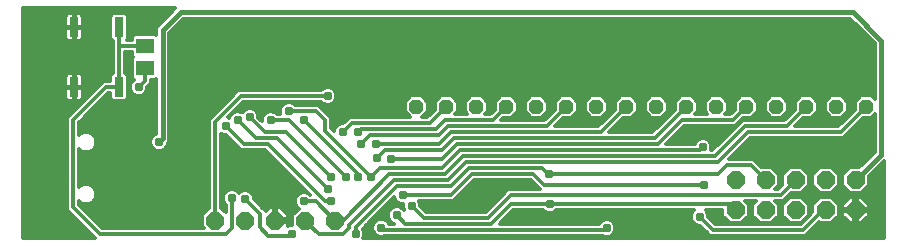
<source format=gbl>
G75*
G70*
%OFA0B0*%
%FSLAX24Y24*%
%IPPOS*%
%LPD*%
%AMOC8*
5,1,8,0,0,1.08239X$1,22.5*
%
%ADD10OC8,0.0480*%
%ADD11OC8,0.0600*%
%ADD12R,0.0300X0.0650*%
%ADD13R,0.0591X0.0512*%
%ADD14C,0.0120*%
%ADD15C,0.0310*%
%ADD16C,0.0160*%
D10*
X013482Y008793D03*
X014482Y008793D03*
X015482Y008793D03*
X016482Y008793D03*
X017482Y008793D03*
X018482Y008793D03*
X019482Y008793D03*
X020482Y008793D03*
X021482Y008793D03*
X022482Y008793D03*
X023482Y008793D03*
X024482Y008793D03*
X025482Y008793D03*
X026482Y008793D03*
X027482Y008793D03*
X028482Y008793D03*
D11*
X028132Y006343D03*
X027132Y006343D03*
X026132Y006343D03*
X025132Y006343D03*
X024132Y006343D03*
X024132Y005343D03*
X025132Y005343D03*
X026132Y005343D03*
X027132Y005343D03*
X028132Y005343D03*
X010782Y004993D03*
X009782Y004993D03*
X008782Y004993D03*
X007782Y004993D03*
X006782Y004993D03*
D12*
X003582Y009443D03*
X002082Y009443D03*
X002082Y011443D03*
X003582Y011443D03*
D13*
X004432Y010817D03*
X004432Y010069D03*
D14*
X002789Y004403D02*
X000392Y004403D01*
X000392Y012083D01*
X005461Y012083D01*
X004941Y011563D01*
X004812Y011434D01*
X004812Y011186D01*
X004785Y011213D01*
X004079Y011213D01*
X003997Y011131D01*
X003997Y011017D01*
X003829Y011017D01*
X003872Y011060D01*
X003872Y011826D01*
X003790Y011908D01*
X003374Y011908D01*
X003292Y011826D01*
X003292Y011060D01*
X003374Y010978D01*
X003382Y010978D01*
X003382Y010926D01*
X003382Y010760D01*
X003382Y009908D01*
X003374Y009908D01*
X003292Y009826D01*
X003292Y009643D01*
X003049Y009643D01*
X002932Y009526D01*
X001832Y008426D01*
X001832Y008260D01*
X001832Y005360D01*
X001949Y005243D01*
X002789Y004403D01*
X002712Y004480D02*
X000392Y004480D01*
X000392Y004599D02*
X002593Y004599D01*
X002475Y004717D02*
X000392Y004717D01*
X000392Y004836D02*
X002356Y004836D01*
X002238Y004954D02*
X000392Y004954D01*
X000392Y005073D02*
X002119Y005073D01*
X002001Y005191D02*
X000392Y005191D01*
X000392Y005310D02*
X001882Y005310D01*
X001832Y005429D02*
X000392Y005429D01*
X000392Y005547D02*
X001832Y005547D01*
X001832Y005666D02*
X000392Y005666D01*
X000392Y005784D02*
X001832Y005784D01*
X001832Y005903D02*
X000392Y005903D01*
X000392Y006021D02*
X001832Y006021D01*
X001832Y006140D02*
X000392Y006140D01*
X000392Y006258D02*
X001832Y006258D01*
X001832Y006377D02*
X000392Y006377D01*
X000392Y006495D02*
X001832Y006495D01*
X001832Y006614D02*
X000392Y006614D01*
X000392Y006733D02*
X001832Y006733D01*
X001832Y006851D02*
X000392Y006851D01*
X000392Y006970D02*
X001832Y006970D01*
X001832Y007088D02*
X000392Y007088D01*
X000392Y007207D02*
X001832Y007207D01*
X001832Y007325D02*
X000392Y007325D01*
X000392Y007444D02*
X001832Y007444D01*
X001832Y007562D02*
X000392Y007562D01*
X000392Y007681D02*
X001832Y007681D01*
X001832Y007799D02*
X000392Y007799D01*
X000392Y007918D02*
X001832Y007918D01*
X001832Y008037D02*
X000392Y008037D01*
X000392Y008155D02*
X001832Y008155D01*
X001832Y008274D02*
X000392Y008274D01*
X000392Y008392D02*
X001832Y008392D01*
X001917Y008511D02*
X000392Y008511D01*
X000392Y008629D02*
X002035Y008629D01*
X002154Y008748D02*
X000392Y008748D01*
X000392Y008866D02*
X002272Y008866D01*
X002250Y008978D02*
X002286Y008988D01*
X002318Y009006D01*
X002344Y009032D01*
X002362Y009064D01*
X002372Y009100D01*
X002372Y009428D01*
X002097Y009428D01*
X002097Y009458D01*
X002372Y009458D01*
X002372Y009787D01*
X002362Y009822D01*
X002344Y009854D01*
X002318Y009880D01*
X002286Y009899D01*
X002250Y009908D01*
X002097Y009908D01*
X002097Y009458D01*
X002067Y009458D01*
X002067Y009428D01*
X002097Y009428D01*
X002097Y008978D01*
X002250Y008978D01*
X002275Y008985D02*
X002391Y008985D01*
X002372Y009103D02*
X002509Y009103D01*
X002628Y009222D02*
X002372Y009222D01*
X002372Y009341D02*
X002746Y009341D01*
X002865Y009459D02*
X002372Y009459D01*
X002372Y009578D02*
X002983Y009578D01*
X003132Y009443D02*
X003582Y009443D01*
X003582Y010843D01*
X003608Y010817D01*
X004432Y010817D01*
X003997Y010617D02*
X003997Y010503D01*
X004057Y010443D01*
X003997Y010383D01*
X003997Y009755D01*
X004062Y009690D01*
X003982Y009610D01*
X003937Y009502D01*
X003937Y009384D01*
X003982Y009276D01*
X004065Y009193D01*
X004173Y009148D01*
X004290Y009148D01*
X004399Y009193D01*
X004482Y009276D01*
X004527Y009384D01*
X004527Y009455D01*
X004632Y009560D01*
X004632Y009673D01*
X004785Y009673D01*
X004812Y009700D01*
X004812Y007891D01*
X004745Y007863D01*
X004662Y007780D01*
X004617Y007672D01*
X004617Y007554D01*
X004662Y007446D01*
X004745Y007363D01*
X004853Y007318D01*
X004970Y007318D01*
X005079Y007363D01*
X005162Y007446D01*
X005207Y007554D01*
X005207Y007597D01*
X005252Y007642D01*
X005252Y007824D01*
X005252Y011252D01*
X005723Y011723D01*
X027941Y011723D01*
X028762Y010902D01*
X028762Y009050D01*
X028639Y009173D01*
X028324Y009173D01*
X028102Y008951D01*
X028102Y008696D01*
X027549Y008143D01*
X026115Y008143D01*
X026385Y008413D01*
X026639Y008413D01*
X026862Y008636D01*
X026862Y008951D01*
X026639Y009173D01*
X026324Y009173D01*
X026102Y008951D01*
X026102Y008696D01*
X025749Y008343D01*
X024349Y008343D01*
X024232Y008226D01*
X023349Y007343D01*
X023310Y007343D01*
X023327Y007384D01*
X023327Y007502D01*
X023282Y007610D01*
X023199Y007693D01*
X023090Y007738D01*
X022973Y007738D01*
X022865Y007693D01*
X022782Y007610D01*
X022754Y007543D01*
X021815Y007543D01*
X022415Y008143D01*
X024115Y008143D01*
X024232Y008260D01*
X024232Y008260D01*
X024385Y008413D01*
X024639Y008413D01*
X024862Y008636D01*
X024862Y008951D01*
X024639Y009173D01*
X024324Y009173D01*
X024102Y008951D01*
X024102Y008696D01*
X023949Y008543D01*
X023769Y008543D01*
X023862Y008636D01*
X023862Y008951D01*
X023639Y009173D01*
X023324Y009173D01*
X023102Y008951D01*
X023102Y008636D01*
X023194Y008543D01*
X022769Y008543D01*
X022862Y008636D01*
X022862Y008951D01*
X022639Y009173D01*
X022324Y009173D01*
X022102Y008951D01*
X022102Y008696D01*
X021349Y007943D01*
X019915Y007943D01*
X020385Y008413D01*
X020639Y008413D01*
X020862Y008636D01*
X020862Y008951D01*
X020639Y009173D01*
X020324Y009173D01*
X020102Y008951D01*
X020102Y008696D01*
X019549Y008143D01*
X018115Y008143D01*
X018385Y008413D01*
X018639Y008413D01*
X018862Y008636D01*
X018862Y008951D01*
X018639Y009173D01*
X018324Y009173D01*
X018102Y008951D01*
X018102Y008696D01*
X017749Y008343D01*
X016315Y008343D01*
X016385Y008413D01*
X016639Y008413D01*
X016862Y008636D01*
X016862Y008951D01*
X016639Y009173D01*
X016324Y009173D01*
X016102Y008951D01*
X016102Y008696D01*
X015949Y008543D01*
X015769Y008543D01*
X015862Y008636D01*
X015862Y008951D01*
X015639Y009173D01*
X015324Y009173D01*
X015102Y008951D01*
X015102Y008636D01*
X015194Y008543D01*
X014769Y008543D01*
X014862Y008636D01*
X014862Y008951D01*
X014639Y009173D01*
X014324Y009173D01*
X014102Y008951D01*
X014102Y008696D01*
X013849Y008443D01*
X013669Y008443D01*
X013862Y008636D01*
X013862Y008951D01*
X013639Y009173D01*
X013324Y009173D01*
X013102Y008951D01*
X013102Y008636D01*
X013294Y008443D01*
X011249Y008443D01*
X011132Y008326D01*
X011044Y008238D01*
X010973Y008238D01*
X010865Y008193D01*
X010782Y008110D01*
X010737Y008002D01*
X010737Y007971D01*
X010632Y008076D01*
X010632Y008426D01*
X010515Y008543D01*
X010215Y008843D01*
X010049Y008843D01*
X009449Y008843D01*
X009399Y008893D01*
X009290Y008938D01*
X009173Y008938D01*
X009065Y008893D01*
X008982Y008810D01*
X008937Y008702D01*
X008937Y008584D01*
X008954Y008543D01*
X008849Y008543D01*
X008799Y008593D01*
X008690Y008638D01*
X008573Y008638D01*
X008465Y008593D01*
X008382Y008510D01*
X008337Y008402D01*
X008337Y008321D01*
X008227Y008431D01*
X008227Y008502D01*
X008182Y008610D01*
X008099Y008693D01*
X007990Y008738D01*
X007873Y008738D01*
X007765Y008693D01*
X007682Y008610D01*
X007678Y008602D01*
X007590Y008638D01*
X007473Y008638D01*
X007365Y008593D01*
X007282Y008510D01*
X007243Y008416D01*
X007204Y008432D01*
X007715Y008943D01*
X010315Y008943D01*
X010365Y008893D01*
X010473Y008848D01*
X010590Y008848D01*
X010699Y008893D01*
X010782Y008976D01*
X010827Y009084D01*
X010827Y009202D01*
X010782Y009310D01*
X010699Y009393D01*
X010590Y009438D01*
X010473Y009438D01*
X010365Y009393D01*
X010315Y009343D01*
X007715Y009343D01*
X007549Y009343D01*
X006699Y008493D01*
X006582Y008376D01*
X006582Y005415D01*
X006342Y005175D01*
X006342Y004811D01*
X006410Y004743D01*
X003015Y004743D01*
X002232Y005526D01*
X002232Y005650D01*
X002291Y005591D01*
X002415Y005540D01*
X002549Y005540D01*
X002673Y005591D01*
X002768Y005686D01*
X002819Y005810D01*
X002819Y005944D01*
X002768Y006068D01*
X002673Y006163D01*
X002549Y006214D01*
X002415Y006214D01*
X002291Y006163D01*
X002232Y006104D01*
X002232Y007383D01*
X002291Y007323D01*
X002415Y007272D01*
X002549Y007272D01*
X002673Y007323D01*
X002768Y007418D01*
X002819Y007542D01*
X002819Y007676D01*
X002768Y007800D01*
X002673Y007895D01*
X002549Y007946D01*
X002415Y007946D01*
X002291Y007895D01*
X002232Y007836D01*
X002232Y008260D01*
X003215Y009243D01*
X003292Y009243D01*
X003292Y009060D01*
X003374Y008978D01*
X003790Y008978D01*
X003872Y009060D01*
X003872Y009826D01*
X003790Y009908D01*
X003782Y009908D01*
X003782Y010617D01*
X003997Y010617D01*
X003997Y010526D02*
X003782Y010526D01*
X003782Y010407D02*
X004021Y010407D01*
X003997Y010289D02*
X003782Y010289D01*
X003782Y010170D02*
X003997Y010170D01*
X003997Y010052D02*
X003782Y010052D01*
X003782Y009933D02*
X003997Y009933D01*
X003997Y009815D02*
X003872Y009815D01*
X003872Y009696D02*
X004056Y009696D01*
X003968Y009578D02*
X003872Y009578D01*
X003872Y009459D02*
X003937Y009459D01*
X003955Y009341D02*
X003872Y009341D01*
X003872Y009222D02*
X004036Y009222D01*
X003872Y009103D02*
X004812Y009103D01*
X004812Y008985D02*
X003797Y008985D01*
X003367Y008985D02*
X002956Y008985D01*
X002838Y008866D02*
X004812Y008866D01*
X004812Y008748D02*
X002719Y008748D01*
X002601Y008629D02*
X004812Y008629D01*
X004812Y008511D02*
X002482Y008511D01*
X002364Y008392D02*
X004812Y008392D01*
X004812Y008274D02*
X002245Y008274D01*
X002232Y008155D02*
X004812Y008155D01*
X004812Y008037D02*
X002232Y008037D01*
X002232Y007918D02*
X002346Y007918D01*
X002617Y007918D02*
X004812Y007918D01*
X004681Y007799D02*
X002768Y007799D01*
X002817Y007681D02*
X004621Y007681D01*
X004617Y007562D02*
X002819Y007562D01*
X002778Y007444D02*
X004664Y007444D01*
X004836Y007325D02*
X002675Y007325D01*
X002289Y007325D02*
X002232Y007325D01*
X002232Y007207D02*
X006582Y007207D01*
X006582Y007325D02*
X004988Y007325D01*
X005160Y007444D02*
X006582Y007444D01*
X006582Y007562D02*
X005207Y007562D01*
X005252Y007681D02*
X006582Y007681D01*
X006582Y007799D02*
X005252Y007799D01*
X005252Y007918D02*
X006582Y007918D01*
X006582Y008037D02*
X005252Y008037D01*
X005252Y008155D02*
X006582Y008155D01*
X006582Y008274D02*
X005252Y008274D01*
X005252Y008392D02*
X006598Y008392D01*
X006717Y008511D02*
X005252Y008511D01*
X005252Y008629D02*
X006835Y008629D01*
X006954Y008748D02*
X005252Y008748D01*
X005252Y008866D02*
X007072Y008866D01*
X007191Y008985D02*
X005252Y008985D01*
X005252Y009103D02*
X007309Y009103D01*
X007428Y009222D02*
X005252Y009222D01*
X005252Y009341D02*
X007546Y009341D01*
X007632Y009143D02*
X006782Y008293D01*
X006782Y004993D01*
X007087Y005310D02*
X007132Y005310D01*
X007132Y005265D02*
X006982Y005415D01*
X006982Y007886D01*
X007073Y007848D01*
X007144Y007848D01*
X007532Y007460D01*
X007649Y007343D01*
X008449Y007343D01*
X009949Y005843D01*
X009899Y005893D01*
X009790Y005938D01*
X009673Y005938D01*
X009565Y005893D01*
X009482Y005810D01*
X009437Y005702D01*
X009437Y005584D01*
X009482Y005476D01*
X009562Y005396D01*
X009342Y005175D01*
X009342Y004848D01*
X009283Y004848D01*
X009222Y004823D01*
X009222Y004953D01*
X008822Y004953D01*
X008822Y005033D01*
X009222Y005033D01*
X009222Y005175D01*
X008964Y005433D01*
X008822Y005433D01*
X008822Y005033D01*
X008742Y005033D01*
X008742Y005433D01*
X008600Y005433D01*
X008472Y005306D01*
X008077Y005701D01*
X008077Y005772D01*
X008032Y005880D01*
X007949Y005963D01*
X007840Y006008D01*
X007723Y006008D01*
X007615Y005963D01*
X007572Y005920D01*
X007499Y005993D01*
X007390Y006038D01*
X007273Y006038D01*
X007165Y005993D01*
X007082Y005910D01*
X007037Y005802D01*
X007037Y005684D01*
X007082Y005576D01*
X007132Y005526D01*
X007132Y005265D01*
X007132Y005429D02*
X006982Y005429D01*
X006982Y005547D02*
X007111Y005547D01*
X007045Y005666D02*
X006982Y005666D01*
X006982Y005784D02*
X007037Y005784D01*
X007079Y005903D02*
X006982Y005903D01*
X006982Y006021D02*
X007233Y006021D01*
X007431Y006021D02*
X009771Y006021D01*
X009876Y005903D02*
X009889Y005903D01*
X009949Y005843D02*
X009949Y005843D01*
X010132Y005643D02*
X009732Y005643D01*
X009452Y005547D02*
X008231Y005547D01*
X008349Y005429D02*
X008595Y005429D01*
X008742Y005429D02*
X008822Y005429D01*
X008822Y005310D02*
X008742Y005310D01*
X008742Y005191D02*
X008822Y005191D01*
X008822Y005073D02*
X008742Y005073D01*
X008822Y004954D02*
X009342Y004954D01*
X009342Y005073D02*
X009222Y005073D01*
X009206Y005191D02*
X009358Y005191D01*
X009477Y005310D02*
X009087Y005310D01*
X008969Y005429D02*
X009529Y005429D01*
X009437Y005666D02*
X008112Y005666D01*
X008072Y005784D02*
X009471Y005784D01*
X009588Y005903D02*
X008009Y005903D01*
X007782Y005713D02*
X008282Y005213D01*
X008282Y004793D01*
X008532Y004493D01*
X009282Y004493D01*
X009342Y004553D01*
X009254Y004836D02*
X009222Y004836D01*
X009782Y004993D02*
X010232Y004543D01*
X011032Y004543D01*
X011232Y004743D01*
X011232Y004843D01*
X012732Y006343D01*
X014532Y006343D01*
X015132Y006943D01*
X023532Y006943D01*
X024532Y007943D01*
X027632Y007943D01*
X028482Y008793D01*
X028102Y008748D02*
X027862Y008748D01*
X027862Y008636D02*
X027639Y008413D01*
X027324Y008413D01*
X027102Y008636D01*
X027102Y008951D01*
X027324Y009173D01*
X027639Y009173D01*
X027862Y008951D01*
X027862Y008636D01*
X027855Y008629D02*
X028035Y008629D01*
X027917Y008511D02*
X027737Y008511D01*
X027798Y008392D02*
X026364Y008392D01*
X026245Y008274D02*
X027679Y008274D01*
X027561Y008155D02*
X026127Y008155D01*
X025832Y008143D02*
X026482Y008793D01*
X026862Y008748D02*
X027102Y008748D01*
X027102Y008866D02*
X026862Y008866D01*
X026827Y008985D02*
X027136Y008985D01*
X027255Y009103D02*
X026709Y009103D01*
X026255Y009103D02*
X025709Y009103D01*
X025639Y009173D02*
X025324Y009173D01*
X025102Y008951D01*
X025102Y008636D01*
X025324Y008413D01*
X025639Y008413D01*
X025862Y008636D01*
X025862Y008951D01*
X025639Y009173D01*
X025827Y008985D02*
X026136Y008985D01*
X026102Y008866D02*
X025862Y008866D01*
X025862Y008748D02*
X026102Y008748D01*
X026035Y008629D02*
X025855Y008629D01*
X025917Y008511D02*
X025737Y008511D01*
X025798Y008392D02*
X024364Y008392D01*
X024279Y008274D02*
X024245Y008274D01*
X024232Y008226D02*
X024232Y008226D01*
X024161Y008155D02*
X024127Y008155D01*
X024042Y008037D02*
X022308Y008037D01*
X022189Y007918D02*
X023924Y007918D01*
X023805Y007799D02*
X022071Y007799D01*
X021952Y007681D02*
X022852Y007681D01*
X022762Y007562D02*
X021834Y007562D01*
X021532Y007543D02*
X022332Y008343D01*
X024032Y008343D01*
X024482Y008793D01*
X024862Y008748D02*
X025102Y008748D01*
X025102Y008866D02*
X024862Y008866D01*
X024827Y008985D02*
X025136Y008985D01*
X025255Y009103D02*
X024709Y009103D01*
X024255Y009103D02*
X023709Y009103D01*
X023827Y008985D02*
X024136Y008985D01*
X024102Y008866D02*
X023862Y008866D01*
X023862Y008748D02*
X024102Y008748D01*
X024035Y008629D02*
X023855Y008629D01*
X023108Y008629D02*
X022855Y008629D01*
X022862Y008748D02*
X023102Y008748D01*
X023102Y008866D02*
X022862Y008866D01*
X022827Y008985D02*
X023136Y008985D01*
X023255Y009103D02*
X022709Y009103D01*
X022255Y009103D02*
X021709Y009103D01*
X021639Y009173D02*
X021324Y009173D01*
X021102Y008951D01*
X021102Y008636D01*
X021324Y008413D01*
X021639Y008413D01*
X021862Y008636D01*
X021862Y008951D01*
X021639Y009173D01*
X021827Y008985D02*
X022136Y008985D01*
X022102Y008866D02*
X021862Y008866D01*
X021862Y008748D02*
X022102Y008748D01*
X022035Y008629D02*
X021855Y008629D01*
X021917Y008511D02*
X021737Y008511D01*
X021798Y008392D02*
X020364Y008392D01*
X020245Y008274D02*
X021679Y008274D01*
X021561Y008155D02*
X020127Y008155D01*
X020008Y008037D02*
X021442Y008037D01*
X021432Y007743D02*
X022482Y008793D01*
X021255Y009103D02*
X020709Y009103D01*
X020827Y008985D02*
X021136Y008985D01*
X021102Y008866D02*
X020862Y008866D01*
X020862Y008748D02*
X021102Y008748D01*
X021108Y008629D02*
X020855Y008629D01*
X020737Y008511D02*
X021227Y008511D01*
X020482Y008793D02*
X019632Y007943D01*
X014632Y007943D01*
X014232Y007543D01*
X012132Y007543D01*
X012432Y007343D02*
X014332Y007343D01*
X014732Y007743D01*
X021432Y007743D01*
X021532Y007543D02*
X014832Y007543D01*
X014332Y007043D01*
X012632Y007043D01*
X012432Y007343D02*
X012182Y007093D01*
X012282Y006743D02*
X011982Y006443D01*
X010432Y007993D01*
X010432Y008343D01*
X010132Y008643D01*
X009232Y008643D01*
X008956Y008748D02*
X007519Y008748D01*
X007452Y008629D02*
X007401Y008629D01*
X007612Y008629D02*
X007701Y008629D01*
X008163Y008629D02*
X008552Y008629D01*
X008712Y008629D02*
X008937Y008629D01*
X009038Y008866D02*
X007638Y008866D01*
X007632Y009143D02*
X010532Y009143D01*
X010752Y009341D02*
X028762Y009341D01*
X028762Y009459D02*
X005252Y009459D01*
X005252Y009578D02*
X028762Y009578D01*
X028762Y009696D02*
X005252Y009696D01*
X005252Y009815D02*
X028762Y009815D01*
X028762Y009933D02*
X005252Y009933D01*
X005252Y010052D02*
X028762Y010052D01*
X028762Y010170D02*
X005252Y010170D01*
X005252Y010289D02*
X028762Y010289D01*
X028762Y010407D02*
X005252Y010407D01*
X005252Y010526D02*
X028762Y010526D01*
X028762Y010644D02*
X005252Y010644D01*
X005252Y010763D02*
X028762Y010763D01*
X028762Y010882D02*
X005252Y010882D01*
X005252Y011000D02*
X028664Y011000D01*
X028545Y011119D02*
X005252Y011119D01*
X005252Y011237D02*
X028427Y011237D01*
X028308Y011356D02*
X005356Y011356D01*
X005474Y011474D02*
X028190Y011474D01*
X028071Y011593D02*
X005593Y011593D01*
X005711Y011711D02*
X027952Y011711D01*
X028762Y009222D02*
X010818Y009222D01*
X010827Y009103D02*
X013255Y009103D01*
X013136Y008985D02*
X010786Y008985D01*
X010634Y008866D02*
X013102Y008866D01*
X013102Y008748D02*
X010310Y008748D01*
X010429Y008629D02*
X013108Y008629D01*
X013227Y008511D02*
X010547Y008511D01*
X010632Y008392D02*
X011198Y008392D01*
X011079Y008274D02*
X010632Y008274D01*
X010632Y008155D02*
X010827Y008155D01*
X010751Y008037D02*
X010671Y008037D01*
X011032Y007943D02*
X011332Y008243D01*
X013932Y008243D01*
X014482Y008793D01*
X014862Y008748D02*
X015102Y008748D01*
X015102Y008866D02*
X014862Y008866D01*
X014827Y008985D02*
X015136Y008985D01*
X015255Y009103D02*
X014709Y009103D01*
X014255Y009103D02*
X013709Y009103D01*
X013827Y008985D02*
X014136Y008985D01*
X014102Y008866D02*
X013862Y008866D01*
X013862Y008748D02*
X014102Y008748D01*
X014035Y008629D02*
X013855Y008629D01*
X013917Y008511D02*
X013737Y008511D01*
X014132Y008043D02*
X014432Y008343D01*
X016032Y008343D01*
X016482Y008793D01*
X016862Y008748D02*
X017102Y008748D01*
X017102Y008636D02*
X017324Y008413D01*
X017639Y008413D01*
X017862Y008636D01*
X017862Y008951D01*
X017639Y009173D01*
X017324Y009173D01*
X017102Y008951D01*
X017102Y008636D01*
X017108Y008629D02*
X016855Y008629D01*
X016737Y008511D02*
X017227Y008511D01*
X017737Y008511D02*
X017917Y008511D01*
X017855Y008629D02*
X018035Y008629D01*
X018102Y008748D02*
X017862Y008748D01*
X017862Y008866D02*
X018102Y008866D01*
X018136Y008985D02*
X017827Y008985D01*
X017709Y009103D02*
X018255Y009103D01*
X018709Y009103D02*
X019255Y009103D01*
X019324Y009173D02*
X019102Y008951D01*
X019102Y008636D01*
X019324Y008413D01*
X019639Y008413D01*
X019862Y008636D01*
X019862Y008951D01*
X019639Y009173D01*
X019324Y009173D01*
X019136Y008985D02*
X018827Y008985D01*
X018862Y008866D02*
X019102Y008866D01*
X019102Y008748D02*
X018862Y008748D01*
X018855Y008629D02*
X019108Y008629D01*
X019227Y008511D02*
X018737Y008511D01*
X018364Y008392D02*
X019798Y008392D01*
X019737Y008511D02*
X019917Y008511D01*
X019855Y008629D02*
X020035Y008629D01*
X020102Y008748D02*
X019862Y008748D01*
X019862Y008866D02*
X020102Y008866D01*
X020136Y008985D02*
X019827Y008985D01*
X019709Y009103D02*
X020255Y009103D01*
X018482Y008793D02*
X017832Y008143D01*
X014532Y008143D01*
X014232Y007843D01*
X011932Y007843D01*
X011632Y007543D01*
X011532Y007943D02*
X011632Y008043D01*
X014132Y008043D01*
X014855Y008629D02*
X015108Y008629D01*
X015855Y008629D02*
X016035Y008629D01*
X016102Y008748D02*
X015862Y008748D01*
X015862Y008866D02*
X016102Y008866D01*
X016136Y008985D02*
X015827Y008985D01*
X015709Y009103D02*
X016255Y009103D01*
X016709Y009103D02*
X017255Y009103D01*
X017136Y008985D02*
X016827Y008985D01*
X016862Y008866D02*
X017102Y008866D01*
X017798Y008392D02*
X016364Y008392D01*
X018127Y008155D02*
X019561Y008155D01*
X019679Y008274D02*
X018245Y008274D01*
X015032Y007143D02*
X023432Y007143D01*
X024432Y008143D01*
X025832Y008143D01*
X025227Y008511D02*
X024737Y008511D01*
X024855Y008629D02*
X025108Y008629D01*
X026737Y008511D02*
X027227Y008511D01*
X027108Y008629D02*
X026855Y008629D01*
X027862Y008866D02*
X028102Y008866D01*
X028136Y008985D02*
X027827Y008985D01*
X027709Y009103D02*
X028255Y009103D01*
X028709Y009103D02*
X028762Y009103D01*
X028762Y008536D02*
X028762Y007284D01*
X028261Y006783D01*
X027950Y006783D01*
X027692Y006525D01*
X027692Y006161D01*
X027950Y005903D01*
X028314Y005903D01*
X028572Y006161D01*
X028572Y006472D01*
X029072Y006972D01*
X029072Y004403D01*
X011719Y004403D01*
X011757Y004494D01*
X011757Y004612D01*
X011712Y004720D01*
X011702Y004730D01*
X012742Y005771D01*
X012782Y005676D01*
X012865Y005593D01*
X012973Y005548D01*
X013037Y005548D01*
X013037Y005434D01*
X013073Y005346D01*
X012999Y005421D01*
X012890Y005466D01*
X012773Y005466D01*
X012665Y005421D01*
X012582Y005338D01*
X012537Y005229D01*
X012537Y005112D01*
X012582Y005004D01*
X012665Y004921D01*
X012731Y004893D01*
X012582Y004893D01*
X012569Y004923D01*
X012486Y005006D01*
X012378Y005051D01*
X012261Y005051D01*
X012152Y005006D01*
X012069Y004923D01*
X012024Y004814D01*
X012024Y004697D01*
X012069Y004589D01*
X012152Y004506D01*
X012261Y004461D01*
X012378Y004461D01*
X012456Y004493D01*
X019665Y004493D01*
X019773Y004448D01*
X019890Y004448D01*
X019999Y004493D01*
X020082Y004576D01*
X020127Y004684D01*
X020127Y004802D01*
X020082Y004910D01*
X019999Y004993D01*
X019890Y005038D01*
X019773Y005038D01*
X019665Y004993D01*
X019582Y004910D01*
X019575Y004893D01*
X016265Y004893D01*
X016715Y005343D01*
X017715Y005343D01*
X017765Y005293D01*
X017873Y005248D01*
X017990Y005248D01*
X018099Y005293D01*
X018149Y005343D01*
X022735Y005343D01*
X022682Y005290D01*
X022637Y005182D01*
X022637Y005064D01*
X022682Y004956D01*
X022765Y004873D01*
X022873Y004828D01*
X022944Y004828D01*
X023279Y004493D01*
X023445Y004493D01*
X026475Y004493D01*
X026592Y004610D01*
X026917Y004936D01*
X026950Y004903D01*
X027314Y004903D01*
X027572Y005161D01*
X027572Y005525D01*
X027314Y005783D01*
X026950Y005783D01*
X026692Y005525D01*
X026692Y005276D01*
X026309Y004893D01*
X023445Y004893D01*
X023227Y005111D01*
X023227Y005182D01*
X023182Y005290D01*
X023129Y005343D01*
X023692Y005343D01*
X023692Y005161D01*
X023950Y004903D01*
X024314Y004903D01*
X024572Y005161D01*
X024572Y005525D01*
X024454Y005643D01*
X024810Y005643D01*
X024692Y005525D01*
X024692Y005161D01*
X024950Y004903D01*
X025314Y004903D01*
X025572Y005161D01*
X025572Y005525D01*
X025454Y005643D01*
X025715Y005643D01*
X025832Y005760D01*
X025975Y005903D01*
X026314Y005903D01*
X026572Y006161D01*
X026572Y006525D01*
X026314Y006783D01*
X025950Y006783D01*
X025692Y006525D01*
X025692Y006186D01*
X025549Y006043D01*
X025454Y006043D01*
X025572Y006161D01*
X025572Y006525D01*
X025314Y006783D01*
X024975Y006783D01*
X024715Y007043D01*
X024549Y007043D01*
X023915Y007043D01*
X024615Y007743D01*
X027549Y007743D01*
X027715Y007743D01*
X028385Y008413D01*
X028639Y008413D01*
X028762Y008536D01*
X028762Y008511D02*
X028737Y008511D01*
X028762Y008392D02*
X028364Y008392D01*
X028245Y008274D02*
X028762Y008274D01*
X028762Y008155D02*
X028127Y008155D01*
X028008Y008037D02*
X028762Y008037D01*
X028762Y007918D02*
X027889Y007918D01*
X027771Y007799D02*
X028762Y007799D01*
X028762Y007681D02*
X024552Y007681D01*
X024434Y007562D02*
X028762Y007562D01*
X028762Y007444D02*
X024315Y007444D01*
X024197Y007325D02*
X028762Y007325D01*
X028684Y007207D02*
X024078Y007207D01*
X023960Y007088D02*
X028566Y007088D01*
X028447Y006970D02*
X024788Y006970D01*
X024907Y006851D02*
X028329Y006851D01*
X027899Y006733D02*
X027365Y006733D01*
X027314Y006783D02*
X026950Y006783D01*
X026692Y006525D01*
X026692Y006161D01*
X026950Y005903D01*
X027314Y005903D01*
X027572Y006161D01*
X027572Y006525D01*
X027314Y006783D01*
X027483Y006614D02*
X027780Y006614D01*
X027692Y006495D02*
X027572Y006495D01*
X027572Y006377D02*
X027692Y006377D01*
X027692Y006258D02*
X027572Y006258D01*
X027551Y006140D02*
X027713Y006140D01*
X027831Y006021D02*
X027432Y006021D01*
X027692Y005525D02*
X027950Y005783D01*
X028092Y005783D01*
X028092Y005383D01*
X028092Y005303D01*
X028172Y005303D01*
X028172Y005383D01*
X028572Y005383D01*
X028572Y005525D01*
X028314Y005783D01*
X028172Y005783D01*
X028172Y005383D01*
X028092Y005383D01*
X027692Y005383D01*
X027692Y005525D01*
X027714Y005547D02*
X027550Y005547D01*
X027572Y005429D02*
X027692Y005429D01*
X027692Y005303D02*
X027692Y005161D01*
X027950Y004903D01*
X028092Y004903D01*
X028092Y005303D01*
X027692Y005303D01*
X027692Y005191D02*
X027572Y005191D01*
X027572Y005310D02*
X028092Y005310D01*
X028172Y005310D02*
X029072Y005310D01*
X029072Y005191D02*
X028572Y005191D01*
X028572Y005161D02*
X028572Y005303D01*
X028172Y005303D01*
X028172Y004903D01*
X028314Y004903D01*
X028572Y005161D01*
X028484Y005073D02*
X029072Y005073D01*
X029072Y004954D02*
X028365Y004954D01*
X028172Y004954D02*
X028092Y004954D01*
X028092Y005073D02*
X028172Y005073D01*
X028172Y005191D02*
X028092Y005191D01*
X027780Y005073D02*
X027484Y005073D01*
X027365Y004954D02*
X027898Y004954D01*
X027132Y005343D02*
X027042Y005343D01*
X026392Y004693D01*
X023362Y004693D01*
X022932Y005123D01*
X023162Y005310D02*
X023692Y005310D01*
X023692Y005191D02*
X023223Y005191D01*
X023265Y005073D02*
X023780Y005073D01*
X023898Y004954D02*
X023383Y004954D01*
X023055Y004717D02*
X020127Y004717D01*
X020113Y004836D02*
X022854Y004836D01*
X022683Y004954D02*
X020038Y004954D01*
X019832Y004743D02*
X019782Y004693D01*
X012382Y004693D01*
X012319Y004756D01*
X012101Y004954D02*
X011926Y004954D01*
X012033Y004836D02*
X011807Y004836D01*
X011713Y004717D02*
X012024Y004717D01*
X012065Y004599D02*
X011757Y004599D01*
X011751Y004480D02*
X012213Y004480D01*
X012425Y004480D02*
X019696Y004480D01*
X019665Y004493D02*
X019665Y004493D01*
X019968Y004480D02*
X029072Y004480D01*
X029072Y004599D02*
X026580Y004599D01*
X026699Y004717D02*
X029072Y004717D01*
X029072Y004836D02*
X026817Y004836D01*
X026489Y005073D02*
X026484Y005073D01*
X026572Y005161D02*
X026314Y004903D01*
X025950Y004903D01*
X025692Y005161D01*
X025692Y005525D01*
X025950Y005783D01*
X026314Y005783D01*
X026572Y005525D01*
X026572Y005161D01*
X026572Y005191D02*
X026607Y005191D01*
X026572Y005310D02*
X026692Y005310D01*
X026692Y005429D02*
X026572Y005429D01*
X026550Y005547D02*
X026714Y005547D01*
X026832Y005666D02*
X026431Y005666D01*
X025974Y005903D02*
X029072Y005903D01*
X029072Y006021D02*
X028432Y006021D01*
X028551Y006140D02*
X029072Y006140D01*
X029072Y006258D02*
X028572Y006258D01*
X028572Y006377D02*
X029072Y006377D01*
X029072Y006495D02*
X028595Y006495D01*
X028714Y006614D02*
X029072Y006614D01*
X029072Y006733D02*
X028832Y006733D01*
X028951Y006851D02*
X029072Y006851D01*
X029069Y006970D02*
X029072Y006970D01*
X026899Y006733D02*
X026365Y006733D01*
X026483Y006614D02*
X026780Y006614D01*
X026692Y006495D02*
X026572Y006495D01*
X026572Y006377D02*
X026692Y006377D01*
X026692Y006258D02*
X026572Y006258D01*
X026551Y006140D02*
X026713Y006140D01*
X026831Y006021D02*
X026432Y006021D01*
X026132Y006343D02*
X025632Y005843D01*
X016632Y005843D01*
X015882Y005093D01*
X013732Y005093D01*
X013332Y005493D01*
X013627Y005481D02*
X013815Y005293D01*
X015799Y005293D01*
X016549Y006043D01*
X016715Y006043D01*
X017599Y006043D01*
X017299Y006343D01*
X015415Y006343D01*
X014715Y005643D01*
X014549Y005643D01*
X013589Y005643D01*
X013627Y005552D01*
X013627Y005481D01*
X013627Y005547D02*
X016053Y005547D01*
X015934Y005429D02*
X013679Y005429D01*
X013798Y005310D02*
X015816Y005310D01*
X016444Y005073D02*
X022637Y005073D01*
X022641Y005191D02*
X016563Y005191D01*
X016681Y005310D02*
X017748Y005310D01*
X018116Y005310D02*
X022702Y005310D01*
X023932Y005543D02*
X024132Y005343D01*
X024572Y005310D02*
X024692Y005310D01*
X024692Y005191D02*
X024572Y005191D01*
X024484Y005073D02*
X024780Y005073D01*
X024898Y004954D02*
X024365Y004954D01*
X024572Y005429D02*
X024692Y005429D01*
X024714Y005547D02*
X024550Y005547D01*
X023932Y005543D02*
X017932Y005543D01*
X016632Y005543D01*
X015982Y004893D01*
X013109Y004893D01*
X012832Y005171D01*
X012553Y005073D02*
X012044Y005073D01*
X012163Y005191D02*
X012537Y005191D01*
X012570Y005310D02*
X012281Y005310D01*
X012400Y005429D02*
X012684Y005429D01*
X012519Y005547D02*
X013037Y005547D01*
X013039Y005429D02*
X012980Y005429D01*
X012792Y005666D02*
X012637Y005666D01*
X013032Y005843D02*
X014632Y005843D01*
X015332Y006543D01*
X017382Y006543D01*
X017732Y006193D01*
X023082Y006193D01*
X023532Y006543D02*
X023832Y006843D01*
X024632Y006843D01*
X025132Y006343D01*
X025572Y006377D02*
X025692Y006377D01*
X025692Y006495D02*
X025572Y006495D01*
X025483Y006614D02*
X025780Y006614D01*
X025899Y006733D02*
X025365Y006733D01*
X025572Y006258D02*
X025692Y006258D01*
X025646Y006140D02*
X025551Y006140D01*
X025856Y005784D02*
X029072Y005784D01*
X029072Y005666D02*
X028431Y005666D01*
X028550Y005547D02*
X029072Y005547D01*
X029072Y005429D02*
X028572Y005429D01*
X028172Y005429D02*
X028092Y005429D01*
X028092Y005547D02*
X028172Y005547D01*
X028172Y005666D02*
X028092Y005666D01*
X027832Y005666D02*
X027431Y005666D01*
X026370Y004954D02*
X026365Y004954D01*
X025898Y004954D02*
X025365Y004954D01*
X025484Y005073D02*
X025780Y005073D01*
X025692Y005191D02*
X025572Y005191D01*
X025572Y005310D02*
X025692Y005310D01*
X025692Y005429D02*
X025572Y005429D01*
X025550Y005547D02*
X025714Y005547D01*
X025737Y005666D02*
X025832Y005666D01*
X023532Y006543D02*
X017902Y006543D01*
X017882Y006543D01*
X017682Y006743D01*
X015232Y006743D01*
X014632Y006143D01*
X012832Y006143D01*
X011462Y004773D01*
X011462Y004553D01*
X011032Y004993D02*
X010782Y004993D01*
X010132Y005643D01*
X010432Y005643D02*
X008532Y007543D01*
X007732Y007543D01*
X007132Y008143D01*
X007532Y008343D02*
X008132Y007743D01*
X008832Y007743D01*
X010532Y006043D01*
X010432Y005643D02*
X010632Y005643D01*
X009652Y006140D02*
X006982Y006140D01*
X006982Y006258D02*
X009534Y006258D01*
X009415Y006377D02*
X006982Y006377D01*
X006982Y006495D02*
X009297Y006495D01*
X009178Y006614D02*
X006982Y006614D01*
X006982Y006733D02*
X009060Y006733D01*
X008941Y006851D02*
X006982Y006851D01*
X006982Y006970D02*
X008822Y006970D01*
X008704Y007088D02*
X006982Y007088D01*
X006982Y007207D02*
X008585Y007207D01*
X008467Y007325D02*
X006982Y007325D01*
X006982Y007444D02*
X007548Y007444D01*
X007430Y007562D02*
X006982Y007562D01*
X006982Y007681D02*
X007311Y007681D01*
X007193Y007799D02*
X006982Y007799D01*
X006582Y007088D02*
X002232Y007088D01*
X002232Y006970D02*
X006582Y006970D01*
X006582Y006851D02*
X002232Y006851D01*
X002232Y006733D02*
X006582Y006733D01*
X006582Y006614D02*
X002232Y006614D01*
X002232Y006495D02*
X006582Y006495D01*
X006582Y006377D02*
X002232Y006377D01*
X002232Y006258D02*
X006582Y006258D01*
X006582Y006140D02*
X002696Y006140D01*
X002787Y006021D02*
X006582Y006021D01*
X006582Y005903D02*
X002819Y005903D01*
X002808Y005784D02*
X006582Y005784D01*
X006582Y005666D02*
X002747Y005666D01*
X002566Y005547D02*
X006582Y005547D01*
X006582Y005429D02*
X002329Y005429D01*
X002397Y005547D02*
X002232Y005547D01*
X002032Y005443D02*
X002032Y008343D01*
X003132Y009443D01*
X003193Y009222D02*
X003292Y009222D01*
X003292Y009103D02*
X003075Y009103D01*
X002097Y009103D02*
X002067Y009103D01*
X002067Y008985D02*
X002097Y008985D01*
X002067Y008978D02*
X001913Y008978D01*
X001878Y008988D01*
X001846Y009006D01*
X001820Y009032D01*
X001801Y009064D01*
X001792Y009100D01*
X001792Y009428D01*
X002067Y009428D01*
X002067Y008978D01*
X001888Y008985D02*
X000392Y008985D01*
X000392Y009103D02*
X001792Y009103D01*
X001792Y009222D02*
X000392Y009222D01*
X000392Y009341D02*
X001792Y009341D01*
X001792Y009458D02*
X002067Y009458D01*
X002067Y009908D01*
X001913Y009908D01*
X001878Y009899D01*
X001846Y009880D01*
X001820Y009854D01*
X001801Y009822D01*
X001792Y009787D01*
X001792Y009458D01*
X001792Y009459D02*
X000392Y009459D01*
X000392Y009578D02*
X001792Y009578D01*
X001792Y009696D02*
X000392Y009696D01*
X000392Y009815D02*
X001799Y009815D01*
X002067Y009815D02*
X002097Y009815D01*
X002097Y009696D02*
X002067Y009696D01*
X002067Y009578D02*
X002097Y009578D01*
X002097Y009459D02*
X002067Y009459D01*
X002067Y009341D02*
X002097Y009341D01*
X002097Y009222D02*
X002067Y009222D01*
X002372Y009696D02*
X003292Y009696D01*
X003292Y009815D02*
X002364Y009815D01*
X003382Y009933D02*
X000392Y009933D01*
X000392Y010052D02*
X003382Y010052D01*
X003382Y010170D02*
X000392Y010170D01*
X000392Y010289D02*
X003382Y010289D01*
X003382Y010407D02*
X000392Y010407D01*
X000392Y010526D02*
X003382Y010526D01*
X003382Y010644D02*
X000392Y010644D01*
X000392Y010763D02*
X003382Y010763D01*
X003382Y010882D02*
X000392Y010882D01*
X000392Y011000D02*
X001856Y011000D01*
X001846Y011006D02*
X001878Y010988D01*
X001913Y010978D01*
X002067Y010978D01*
X002067Y011428D01*
X002097Y011428D01*
X002097Y011458D01*
X002372Y011458D01*
X002372Y011787D01*
X002362Y011822D01*
X002344Y011854D01*
X002318Y011880D01*
X002286Y011899D01*
X002250Y011908D01*
X002097Y011908D01*
X002097Y011458D01*
X002067Y011458D01*
X002067Y011428D01*
X001792Y011428D01*
X001792Y011100D01*
X001801Y011064D01*
X001820Y011032D01*
X001846Y011006D01*
X001792Y011119D02*
X000392Y011119D01*
X000392Y011237D02*
X001792Y011237D01*
X001792Y011356D02*
X000392Y011356D01*
X000392Y011474D02*
X001792Y011474D01*
X001792Y011458D02*
X002067Y011458D01*
X002067Y011908D01*
X001913Y011908D01*
X001878Y011899D01*
X001846Y011880D01*
X001820Y011854D01*
X001801Y011822D01*
X001792Y011787D01*
X001792Y011458D01*
X001792Y011593D02*
X000392Y011593D01*
X000392Y011711D02*
X001792Y011711D01*
X001806Y011830D02*
X000392Y011830D01*
X000392Y011948D02*
X005326Y011948D01*
X005208Y011830D02*
X003868Y011830D01*
X003872Y011711D02*
X005089Y011711D01*
X004970Y011593D02*
X003872Y011593D01*
X003872Y011474D02*
X004852Y011474D01*
X004812Y011356D02*
X003872Y011356D01*
X003872Y011237D02*
X004812Y011237D01*
X003997Y011119D02*
X003872Y011119D01*
X003582Y010843D02*
X003582Y011443D01*
X003292Y011474D02*
X002372Y011474D01*
X002372Y011428D02*
X002097Y011428D01*
X002097Y010978D01*
X002250Y010978D01*
X002286Y010988D01*
X002318Y011006D01*
X002344Y011032D01*
X002362Y011064D01*
X002372Y011100D01*
X002372Y011428D01*
X002372Y011356D02*
X003292Y011356D01*
X003292Y011237D02*
X002372Y011237D01*
X002372Y011119D02*
X003292Y011119D01*
X003352Y011000D02*
X002307Y011000D01*
X002097Y011000D02*
X002067Y011000D01*
X002067Y011119D02*
X002097Y011119D01*
X002097Y011237D02*
X002067Y011237D01*
X002067Y011356D02*
X002097Y011356D01*
X002097Y011474D02*
X002067Y011474D01*
X002067Y011593D02*
X002097Y011593D01*
X002097Y011711D02*
X002067Y011711D01*
X002067Y011830D02*
X002097Y011830D01*
X002358Y011830D02*
X003296Y011830D01*
X003292Y011711D02*
X002372Y011711D01*
X002372Y011593D02*
X003292Y011593D01*
X005445Y012067D02*
X000392Y012067D01*
X004432Y010069D02*
X004432Y009643D01*
X004232Y009443D01*
X004509Y009341D02*
X004812Y009341D01*
X004812Y009459D02*
X004531Y009459D01*
X004632Y009578D02*
X004812Y009578D01*
X004808Y009696D02*
X004812Y009696D01*
X004812Y009222D02*
X004428Y009222D01*
X007932Y008443D02*
X008432Y007943D01*
X009132Y007943D01*
X010632Y006443D01*
X011132Y006443D02*
X009232Y008343D01*
X008632Y008343D01*
X008337Y008392D02*
X008266Y008392D01*
X008223Y008511D02*
X008382Y008511D01*
X009426Y008866D02*
X010429Y008866D01*
X009732Y008343D02*
X011532Y006543D01*
X011532Y006443D01*
X012282Y006743D02*
X014332Y006743D01*
X014932Y007343D01*
X022932Y007343D01*
X023032Y007443D01*
X023327Y007444D02*
X023450Y007444D01*
X023568Y007562D02*
X023302Y007562D01*
X023211Y007681D02*
X023687Y007681D01*
X017502Y006140D02*
X015211Y006140D01*
X015093Y006021D02*
X016527Y006021D01*
X016409Y005903D02*
X014974Y005903D01*
X014856Y005784D02*
X016290Y005784D01*
X016171Y005666D02*
X014737Y005666D01*
X015330Y006258D02*
X017384Y006258D01*
X015032Y007143D02*
X014432Y006543D01*
X012582Y006543D01*
X011032Y004993D01*
X012538Y004954D02*
X012631Y004954D01*
X016326Y004954D02*
X019626Y004954D01*
X020091Y004599D02*
X023173Y004599D01*
X008476Y005310D02*
X008468Y005310D01*
X007332Y005743D02*
X007332Y004743D01*
X007132Y004543D01*
X002932Y004543D01*
X002032Y005443D01*
X002448Y005310D02*
X006476Y005310D01*
X006358Y005191D02*
X002566Y005191D01*
X002685Y005073D02*
X006342Y005073D01*
X006342Y004954D02*
X002803Y004954D01*
X002922Y004836D02*
X006342Y004836D01*
X002268Y006140D02*
X002232Y006140D01*
D15*
X002532Y006743D03*
X004232Y005743D03*
X002232Y004743D03*
X000832Y005743D03*
X004932Y007043D03*
X004912Y007613D03*
X004132Y007843D03*
X007132Y008143D03*
X007532Y008343D03*
X007932Y008443D03*
X008632Y008343D03*
X009232Y008643D03*
X009732Y008343D03*
X011032Y007943D03*
X011532Y007943D03*
X011632Y007543D03*
X012132Y007543D03*
X012182Y007093D03*
X012632Y007043D03*
X011982Y006443D03*
X011532Y006443D03*
X011132Y006443D03*
X010632Y006443D03*
X010532Y006043D03*
X010632Y005643D03*
X009732Y005643D03*
X007782Y005713D03*
X007332Y005743D03*
X009342Y004553D03*
X011462Y004553D03*
X012319Y004756D03*
X012832Y005171D03*
X013332Y005493D03*
X013032Y005843D03*
X015432Y006143D03*
X015532Y005443D03*
X017282Y005093D03*
X017882Y005093D03*
X017932Y005543D03*
X017232Y006193D03*
X017902Y006543D03*
X019832Y004743D03*
X022382Y004993D03*
X022932Y005123D03*
X023482Y004993D03*
X023082Y006193D03*
X023032Y007443D03*
X028532Y010043D03*
X027832Y011443D03*
X017532Y011543D03*
X011932Y010143D03*
X010532Y009143D03*
X006332Y010343D03*
X004232Y009443D03*
X000732Y009343D03*
X000632Y011843D03*
X004232Y011843D03*
X007132Y007043D03*
X007632Y007043D03*
X028832Y004743D03*
D16*
X028132Y006343D02*
X028982Y007193D01*
X028982Y010993D01*
X028032Y011943D01*
X005632Y011943D01*
X005032Y011343D01*
X005032Y007733D01*
X004912Y007613D01*
M02*

</source>
